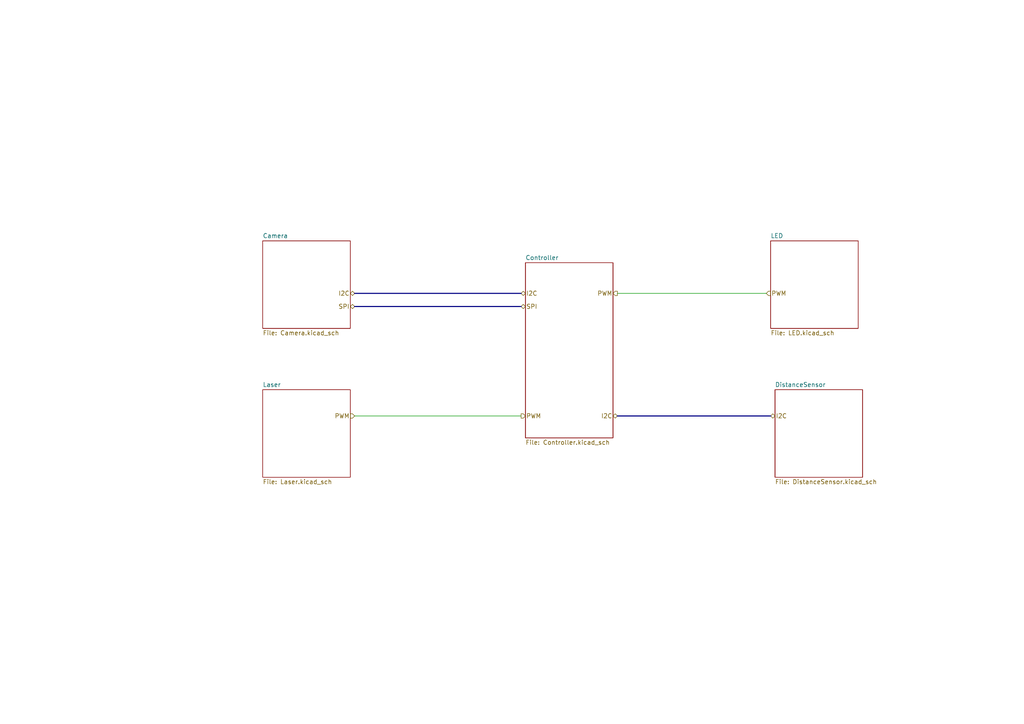
<source format=kicad_sch>
(kicad_sch (version 20230121) (generator eeschema)
  (paper "A4")
  (lib_symbols)
  (bus (pts (xy 102.87 88.9) (xy 151.13 88.9)))
  (bus (pts (xy 179.07 120.65) (xy 223.52 120.65)))
  (bus (pts (xy 102.87 85.09) (xy 151.13 85.09)))
  (wire (pts (xy 179.07 85.09) (xy 222.25 85.09)))
  (wire (pts (xy 102.87 120.65) (xy 151.13 120.65)))
  (hierarchical_label "I2C" (shape bidirectional) (at 223.52 120.65 0))
  (hierarchical_label "I2C" (shape bidirectional) (at 179.07 120.65 180))
  (hierarchical_label "PWM" (shape output) (at 151.13 120.65 0))
  (hierarchical_label "SPI" (shape bidirectional) (at 102.87 88.9 180))
  (hierarchical_label "I2C" (shape bidirectional) (at 102.87 85.09 180))
  (hierarchical_label "SPI" (shape bidirectional) (at 151.13 88.9 0))
  (hierarchical_label "PWM" (shape input) (at 222.25 85.09 0))
  (hierarchical_label "PWM" (shape input) (at 102.87 120.65 180))
  (hierarchical_label "PWM" (shape output) (at 179.07 85.09 180))
  (hierarchical_label "I2C" (shape bidirectional) (at 151.13 85.09 0))
  (sheet (at 152.4 76.2) (size 25.4 50.8) (stroke (width 0.1524))
    (property "Sheetname" "Controller" (at 152.4 75.4884 0) (effects (justify left bottom)))
    (property "Sheetfile" "Controller.kicad_sch" (at 152.4 127.5846 0) (effects (justify left top)))
  )
  (sheet (at 223.52 69.85) (size 25.4 25.4) (stroke (width 0.1524))
    (property "Sheetname" "LED" (at 223.52 69.1384 0) (effects (justify left bottom)))
    (property "Sheetfile" "LED.kicad_sch" (at 223.52 95.8346 0) (effects (justify left top)))
  )
  (sheet (at 76.2 69.85) (size 25.4 25.4) (stroke (width 0.1524))
    (property "Sheetname" "Camera" (at 76.2 69.1384 0) (effects (justify left bottom)))
    (property "Sheetfile" "Camera.kicad_sch" (at 76.2 95.8346 0) (effects (justify left top)))
  )
  (sheet (at 76.2 113.03) (size 25.4 25.4) (stroke (width 0.1524))
    (property "Sheetname" "Laser" (at 76.2 112.3184 0) (effects (justify left bottom)))
    (property "Sheetfile" "Laser.kicad_sch" (at 76.2 139.0146 0) (effects (justify left top)))
  )
  (sheet (at 224.79 113.03) (size 25.4 25.4) (stroke (width 0.1524))
    (property "Sheetname" "DistanceSensor" (at 224.79 112.3184 0) (effects (justify left bottom)))
    (property "Sheetfile" "DistanceSensor.kicad_sch" (at 224.79 139.0146 0) (effects (justify left top)))
  )
)
</source>
